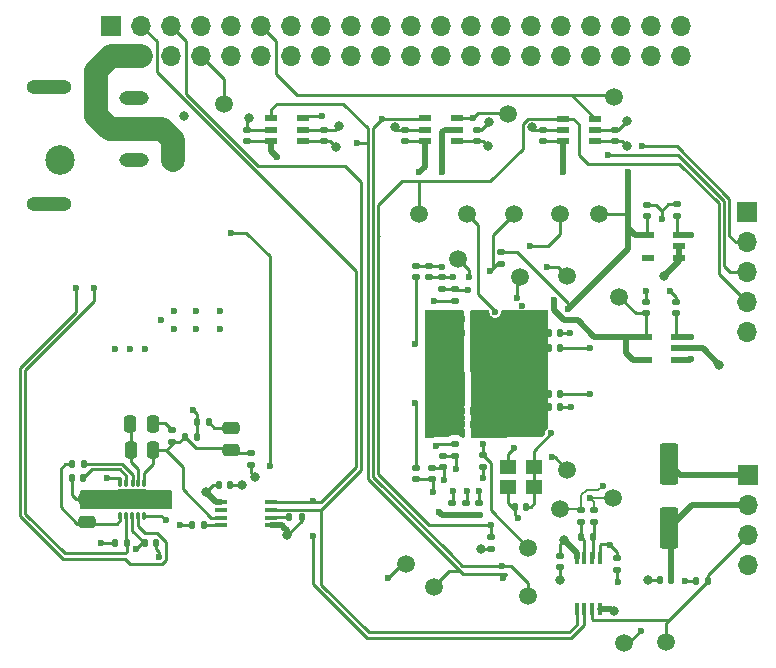
<source format=gbr>
G04 #@! TF.GenerationSoftware,KiCad,Pcbnew,7.0.5-0*
G04 #@! TF.CreationDate,2023-06-09T10:40:46+01:00*
G04 #@! TF.ProjectId,Hashat,48617368-6174-42e6-9b69-6361645f7063,rev?*
G04 #@! TF.SameCoordinates,Original*
G04 #@! TF.FileFunction,Copper,L4,Bot*
G04 #@! TF.FilePolarity,Positive*
%FSLAX46Y46*%
G04 Gerber Fmt 4.6, Leading zero omitted, Abs format (unit mm)*
G04 Created by KiCad (PCBNEW 7.0.5-0) date 2023-06-09 10:40:46*
%MOMM*%
%LPD*%
G01*
G04 APERTURE LIST*
G04 Aperture macros list*
%AMRoundRect*
0 Rectangle with rounded corners*
0 $1 Rounding radius*
0 $2 $3 $4 $5 $6 $7 $8 $9 X,Y pos of 4 corners*
0 Add a 4 corners polygon primitive as box body*
4,1,4,$2,$3,$4,$5,$6,$7,$8,$9,$2,$3,0*
0 Add four circle primitives for the rounded corners*
1,1,$1+$1,$2,$3*
1,1,$1+$1,$4,$5*
1,1,$1+$1,$6,$7*
1,1,$1+$1,$8,$9*
0 Add four rect primitives between the rounded corners*
20,1,$1+$1,$2,$3,$4,$5,0*
20,1,$1+$1,$4,$5,$6,$7,0*
20,1,$1+$1,$6,$7,$8,$9,0*
20,1,$1+$1,$8,$9,$2,$3,0*%
%AMFreePoly0*
4,1,45,-0.199646,1.700354,-0.199500,1.700000,-0.199500,1.200500,0.199500,1.200500,0.199500,1.700000,0.199646,1.700354,0.200000,1.700500,0.450000,1.700500,0.450354,1.700354,0.450500,1.700000,0.450500,1.200500,0.825000,1.200500,0.825354,1.200354,0.825500,1.200000,0.825500,-1.200000,0.825354,-1.200354,0.825000,-1.200500,0.450500,-1.200500,0.450500,-1.700000,0.450354,-1.700354,
0.450000,-1.700500,0.200000,-1.700500,0.199646,-1.700354,0.199500,-1.700000,0.199500,-1.200500,-0.199500,-1.200500,-0.199500,-1.700000,-0.199646,-1.700354,-0.200000,-1.700500,-0.450000,-1.700500,-0.450354,-1.700354,-0.450500,-1.700000,-0.450500,-1.200500,-0.825000,-1.200500,-0.825354,-1.200354,-0.825500,-1.200000,-0.825500,1.200000,-0.825354,1.200354,-0.825000,1.200500,-0.450500,1.200500,
-0.450500,1.700000,-0.450354,1.700354,-0.450000,1.700500,-0.200000,1.700500,-0.199646,1.700354,-0.199646,1.700354,$1*%
G04 Aperture macros list end*
G04 #@! TA.AperFunction,ComponentPad*
%ADD10R,1.700000X1.700000*%
G04 #@! TD*
G04 #@! TA.AperFunction,ComponentPad*
%ADD11O,1.700000X1.700000*%
G04 #@! TD*
G04 #@! TA.AperFunction,ComponentPad*
%ADD12C,2.500000*%
G04 #@! TD*
G04 #@! TA.AperFunction,ComponentPad*
%ADD13O,3.800000X1.200000*%
G04 #@! TD*
G04 #@! TA.AperFunction,ComponentPad*
%ADD14O,2.500000X1.200000*%
G04 #@! TD*
G04 #@! TA.AperFunction,ComponentPad*
%ADD15C,2.000000*%
G04 #@! TD*
G04 #@! TA.AperFunction,SMDPad,CuDef*
%ADD16RoundRect,0.135000X0.135000X0.185000X-0.135000X0.185000X-0.135000X-0.185000X0.135000X-0.185000X0*%
G04 #@! TD*
G04 #@! TA.AperFunction,SMDPad,CuDef*
%ADD17R,1.100000X0.600000*%
G04 #@! TD*
G04 #@! TA.AperFunction,SMDPad,CuDef*
%ADD18C,1.500000*%
G04 #@! TD*
G04 #@! TA.AperFunction,SMDPad,CuDef*
%ADD19RoundRect,0.140000X-0.140000X-0.170000X0.140000X-0.170000X0.140000X0.170000X-0.140000X0.170000X0*%
G04 #@! TD*
G04 #@! TA.AperFunction,SMDPad,CuDef*
%ADD20RoundRect,0.250000X0.550000X-1.500000X0.550000X1.500000X-0.550000X1.500000X-0.550000X-1.500000X0*%
G04 #@! TD*
G04 #@! TA.AperFunction,SMDPad,CuDef*
%ADD21RoundRect,0.140000X0.170000X-0.140000X0.170000X0.140000X-0.170000X0.140000X-0.170000X-0.140000X0*%
G04 #@! TD*
G04 #@! TA.AperFunction,SMDPad,CuDef*
%ADD22R,0.400000X1.100000*%
G04 #@! TD*
G04 #@! TA.AperFunction,SMDPad,CuDef*
%ADD23R,1.000000X0.600000*%
G04 #@! TD*
G04 #@! TA.AperFunction,SMDPad,CuDef*
%ADD24RoundRect,0.135000X0.185000X-0.135000X0.185000X0.135000X-0.185000X0.135000X-0.185000X-0.135000X0*%
G04 #@! TD*
G04 #@! TA.AperFunction,SMDPad,CuDef*
%ADD25RoundRect,0.135000X-0.185000X0.135000X-0.185000X-0.135000X0.185000X-0.135000X0.185000X0.135000X0*%
G04 #@! TD*
G04 #@! TA.AperFunction,SMDPad,CuDef*
%ADD26RoundRect,0.007874X-0.112126X0.292126X-0.112126X-0.292126X0.112126X-0.292126X0.112126X0.292126X0*%
G04 #@! TD*
G04 #@! TA.AperFunction,ComponentPad*
%ADD27C,0.400000*%
G04 #@! TD*
G04 #@! TA.AperFunction,SMDPad,CuDef*
%ADD28FreePoly0,270.000000*%
G04 #@! TD*
G04 #@! TA.AperFunction,SMDPad,CuDef*
%ADD29R,1.400000X1.200000*%
G04 #@! TD*
G04 #@! TA.AperFunction,SMDPad,CuDef*
%ADD30R,1.100000X0.400000*%
G04 #@! TD*
G04 #@! TA.AperFunction,SMDPad,CuDef*
%ADD31RoundRect,0.140000X0.140000X0.170000X-0.140000X0.170000X-0.140000X-0.170000X0.140000X-0.170000X0*%
G04 #@! TD*
G04 #@! TA.AperFunction,SMDPad,CuDef*
%ADD32RoundRect,0.250000X-0.250000X-0.475000X0.250000X-0.475000X0.250000X0.475000X-0.250000X0.475000X0*%
G04 #@! TD*
G04 #@! TA.AperFunction,SMDPad,CuDef*
%ADD33RoundRect,0.140000X-0.170000X0.140000X-0.170000X-0.140000X0.170000X-0.140000X0.170000X0.140000X0*%
G04 #@! TD*
G04 #@! TA.AperFunction,SMDPad,CuDef*
%ADD34RoundRect,0.135000X-0.135000X-0.185000X0.135000X-0.185000X0.135000X0.185000X-0.135000X0.185000X0*%
G04 #@! TD*
G04 #@! TA.AperFunction,SMDPad,CuDef*
%ADD35RoundRect,0.250000X-0.875000X-1.025000X0.875000X-1.025000X0.875000X1.025000X-0.875000X1.025000X0*%
G04 #@! TD*
G04 #@! TA.AperFunction,SMDPad,CuDef*
%ADD36RoundRect,0.250000X-0.475000X0.250000X-0.475000X-0.250000X0.475000X-0.250000X0.475000X0.250000X0*%
G04 #@! TD*
G04 #@! TA.AperFunction,SMDPad,CuDef*
%ADD37RoundRect,0.250000X0.475000X-0.250000X0.475000X0.250000X-0.475000X0.250000X-0.475000X-0.250000X0*%
G04 #@! TD*
G04 #@! TA.AperFunction,ViaPad*
%ADD38C,0.600000*%
G04 #@! TD*
G04 #@! TA.AperFunction,ViaPad*
%ADD39C,0.800000*%
G04 #@! TD*
G04 #@! TA.AperFunction,Conductor*
%ADD40C,0.250000*%
G04 #@! TD*
G04 #@! TA.AperFunction,Conductor*
%ADD41C,0.500000*%
G04 #@! TD*
G04 #@! TA.AperFunction,Conductor*
%ADD42C,0.254000*%
G04 #@! TD*
G04 #@! TA.AperFunction,Conductor*
%ADD43C,2.000000*%
G04 #@! TD*
G04 #@! TA.AperFunction,Conductor*
%ADD44C,0.200000*%
G04 #@! TD*
G04 APERTURE END LIST*
D10*
X139321000Y-95849000D03*
D11*
X139321000Y-98389000D03*
X139321000Y-100929000D03*
X139321000Y-103469000D03*
D12*
X81119000Y-69136000D03*
D13*
X80159000Y-63006000D03*
D14*
X87369000Y-63936000D03*
X87369000Y-69136000D03*
D15*
X90619000Y-69136000D03*
D13*
X80159000Y-72866000D03*
D10*
X139264000Y-73585000D03*
D11*
X139264000Y-76125000D03*
X139264000Y-78665000D03*
X139264000Y-81205000D03*
X139264000Y-83745000D03*
D10*
X85400000Y-57800000D03*
D11*
X85400000Y-60340000D03*
X87940000Y-57800000D03*
X87940000Y-60340000D03*
X90480000Y-57800000D03*
X90480000Y-60340000D03*
X93020000Y-57800000D03*
X93020000Y-60340000D03*
X95560000Y-57800000D03*
X95560000Y-60340000D03*
X98100000Y-57800000D03*
X98100000Y-60340000D03*
X100640000Y-57800000D03*
X100640000Y-60340000D03*
X103180000Y-57800000D03*
X103180000Y-60340000D03*
X105720000Y-57800000D03*
X105720000Y-60340000D03*
X108260000Y-57800000D03*
X108260000Y-60340000D03*
X110800000Y-57800000D03*
X110800000Y-60340000D03*
X113340000Y-57800000D03*
X113340000Y-60340000D03*
X115880000Y-57800000D03*
X115880000Y-60340000D03*
X118420000Y-57800000D03*
X118420000Y-60340000D03*
X120960000Y-57800000D03*
X120960000Y-60340000D03*
X123500000Y-57800000D03*
X123500000Y-60340000D03*
X126040000Y-57800000D03*
X126040000Y-60340000D03*
X128580000Y-57800000D03*
X128580000Y-60340000D03*
X131120000Y-57800000D03*
X131120000Y-60340000D03*
X133660000Y-57800000D03*
X133660000Y-60340000D03*
D16*
X92678000Y-92592000D03*
X91658000Y-92592000D03*
D17*
X98963000Y-67561000D03*
X98963000Y-66611000D03*
X98963000Y-65661000D03*
X101663000Y-65661000D03*
X101663000Y-66611000D03*
X101663000Y-67561000D03*
D18*
X123376000Y-73771000D03*
D19*
X115108000Y-90424000D03*
X116068000Y-90424000D03*
D18*
X132391000Y-110009000D03*
D20*
X132679000Y-100318000D03*
X132679000Y-94918000D03*
D21*
X111200000Y-96200000D03*
X111200000Y-95240000D03*
D22*
X124821000Y-102902000D03*
X125471000Y-102902000D03*
X126121000Y-102902000D03*
X126771000Y-102902000D03*
X126771000Y-107202000D03*
X126121000Y-107202000D03*
X125471000Y-107202000D03*
X124821000Y-107202000D03*
D23*
X133469000Y-75537000D03*
X133469000Y-76487000D03*
X133469000Y-77437000D03*
X130869000Y-77437000D03*
X130869000Y-75537000D03*
D21*
X96944000Y-67584000D03*
X96944000Y-66624000D03*
X110308000Y-67569000D03*
X110308000Y-66609000D03*
D24*
X116905000Y-95163000D03*
X116905000Y-94143000D03*
D19*
X125214000Y-101101000D03*
X126174000Y-101101000D03*
D21*
X121984000Y-67569000D03*
X121984000Y-66609000D03*
D25*
X90562582Y-92054600D03*
X90562582Y-93074600D03*
D18*
X120056000Y-79089000D03*
D26*
X86189691Y-96503200D03*
X86689691Y-96503200D03*
X87219691Y-96503200D03*
X87689691Y-96503200D03*
X88189691Y-96503200D03*
X88189691Y-99303200D03*
X87689691Y-99303200D03*
X87189691Y-99303200D03*
X86689691Y-99303200D03*
X86189691Y-99303200D03*
D27*
X87189691Y-97328200D03*
X88139691Y-97903200D03*
D28*
X87189691Y-97903200D03*
D27*
X86239691Y-97903200D03*
X87189691Y-98478200D03*
D29*
X121182000Y-96903000D03*
X118982000Y-96903000D03*
X118982000Y-95143000D03*
X121182000Y-95143000D03*
D16*
X93252000Y-100099000D03*
X92232000Y-100099000D03*
D18*
X110360000Y-103350000D03*
D30*
X98977000Y-98153000D03*
X98977000Y-98803000D03*
X98977000Y-99453000D03*
X98977000Y-100103000D03*
X94677000Y-100103000D03*
X94677000Y-99453000D03*
X94677000Y-98803000D03*
X94677000Y-98153000D03*
D24*
X116554000Y-99271000D03*
X116554000Y-98251000D03*
D18*
X127949000Y-63808000D03*
D19*
X94509000Y-96715000D03*
X95469000Y-96715000D03*
D17*
X123686000Y-67580000D03*
X123686000Y-66630000D03*
X123686000Y-65680000D03*
X126386000Y-65680000D03*
X126386000Y-66630000D03*
X126386000Y-67580000D03*
D24*
X126300000Y-99854000D03*
X126300000Y-98834000D03*
D18*
X119556000Y-73771000D03*
D24*
X115463000Y-99267000D03*
X115463000Y-98247000D03*
D18*
X127860000Y-97758000D03*
D19*
X115078000Y-83784000D03*
X116038000Y-83784000D03*
D31*
X83066000Y-96062000D03*
X82106000Y-96062000D03*
D32*
X87035982Y-91486800D03*
X88935982Y-91486800D03*
D21*
X133351000Y-73902000D03*
X133351000Y-72942000D03*
X130684000Y-82166000D03*
X130684000Y-81206000D03*
D18*
X124042000Y-95383000D03*
D31*
X89201582Y-101609000D03*
X88241582Y-101609000D03*
D18*
X128438000Y-80789000D03*
D31*
X123412000Y-83839000D03*
X122452000Y-83839000D03*
D16*
X86741182Y-101604400D03*
X85721182Y-101604400D03*
D24*
X114276000Y-99271000D03*
X114276000Y-98251000D03*
D18*
X111467000Y-73728000D03*
D31*
X132851190Y-104767000D03*
X131891190Y-104767000D03*
D33*
X112352000Y-78126000D03*
X112352000Y-79086000D03*
X113443000Y-79113000D03*
X113443000Y-80073000D03*
D18*
X115543000Y-73771000D03*
D31*
X123445000Y-88967000D03*
X122485000Y-88967000D03*
D16*
X135937190Y-104794000D03*
X134917190Y-104794000D03*
D33*
X114513000Y-80123000D03*
X114513000Y-81083000D03*
D21*
X128039000Y-67574000D03*
X128039000Y-66614000D03*
D18*
X94998000Y-64461000D03*
X123964000Y-78990000D03*
D34*
X92667000Y-91361600D03*
X93687000Y-91361600D03*
D19*
X119614000Y-98515000D03*
X120574000Y-98515000D03*
D18*
X120706000Y-106057000D03*
D33*
X123384000Y-102675000D03*
X123384000Y-103635000D03*
D18*
X128829000Y-110088000D03*
D23*
X133288000Y-84171000D03*
X133288000Y-85121000D03*
X133288000Y-86071000D03*
X130688000Y-86071000D03*
X130688000Y-84171000D03*
D31*
X123445000Y-90103000D03*
X122485000Y-90103000D03*
D19*
X115088000Y-82608000D03*
X116048000Y-82608000D03*
D18*
X112755000Y-105289000D03*
D16*
X83084382Y-94891000D03*
X82064382Y-94891000D03*
D24*
X118425000Y-77970000D03*
X118425000Y-76950000D03*
D31*
X123415000Y-85080000D03*
X122455000Y-85080000D03*
D19*
X115125000Y-91566000D03*
X116085000Y-91566000D03*
D33*
X112600000Y-95264000D03*
X112600000Y-96224000D03*
D21*
X116368000Y-67587000D03*
X116368000Y-66627000D03*
D35*
X113069000Y-87206000D03*
X119469000Y-87206000D03*
D21*
X130766000Y-73909000D03*
X130766000Y-72949000D03*
D25*
X97283000Y-93959000D03*
X97283000Y-94979000D03*
D18*
X120697000Y-101994000D03*
D25*
X125196000Y-98822000D03*
X125196000Y-99842000D03*
D33*
X114484000Y-93260000D03*
X114484000Y-94220000D03*
X113518000Y-94250000D03*
X113518000Y-95210000D03*
D21*
X103438000Y-67569000D03*
X103438000Y-66609000D03*
D36*
X95518000Y-91832000D03*
X95518000Y-93732000D03*
D25*
X128270000Y-102835000D03*
X128270000Y-103855000D03*
D34*
X100509000Y-99442000D03*
X101529000Y-99442000D03*
D32*
X87058382Y-93749000D03*
X88958382Y-93749000D03*
D17*
X111964000Y-67558000D03*
X111964000Y-66608000D03*
X111964000Y-65658000D03*
X114664000Y-65658000D03*
X114664000Y-66608000D03*
X114664000Y-67558000D03*
D24*
X117579000Y-102077000D03*
X117579000Y-101057000D03*
D21*
X111207000Y-79109000D03*
X111207000Y-78149000D03*
D18*
X126705000Y-73771000D03*
D21*
X133269000Y-82151000D03*
X133269000Y-81191000D03*
D18*
X119016000Y-65286000D03*
D37*
X83397000Y-99808000D03*
X83397000Y-97908000D03*
D18*
X123371000Y-98734000D03*
X114780000Y-77596000D03*
D38*
X108847000Y-104527000D03*
X90763745Y-81944278D03*
X120682000Y-86488333D03*
X119890000Y-99518000D03*
D39*
X116690000Y-102096000D03*
X136915000Y-86521000D03*
D38*
X117921000Y-89571000D03*
D39*
X97081000Y-65656000D03*
D38*
X112779000Y-81082000D03*
X119388000Y-88029666D03*
D39*
X129104000Y-65873000D03*
X123404000Y-104700000D03*
X117371000Y-65973000D03*
D38*
X119388000Y-84981000D03*
X88314000Y-85204000D03*
D39*
X96506000Y-96706000D03*
X121010000Y-66404500D03*
D38*
X120682000Y-89537000D03*
X92633745Y-83484278D03*
X117921000Y-84998000D03*
X119388000Y-86505333D03*
X87036000Y-85204000D03*
D39*
X132235000Y-78965000D03*
D38*
X84540782Y-101612400D03*
D39*
X91554000Y-65445000D03*
X104707000Y-66307000D03*
D38*
X119388000Y-89554000D03*
X94613745Y-83484278D03*
X116870000Y-96134000D03*
X89990782Y-97912400D03*
X120682000Y-88012666D03*
X116627000Y-86488333D03*
D39*
X100285000Y-100956000D03*
D38*
X116627000Y-84964000D03*
X116627000Y-88012666D03*
D39*
X130857000Y-104767000D03*
D38*
X117921000Y-86522333D03*
D39*
X97591000Y-96021000D03*
D38*
X113137000Y-99001000D03*
X112931000Y-93430000D03*
D39*
X127967000Y-107400500D03*
D38*
X116627000Y-89537000D03*
X92633745Y-81944278D03*
X132728000Y-80275000D03*
D39*
X109430000Y-66407000D03*
D38*
X90763745Y-83484278D03*
X132075000Y-74176000D03*
X89630000Y-82723000D03*
X91249000Y-100085000D03*
X119681000Y-92379000D03*
X120682000Y-84964000D03*
X117921000Y-88046666D03*
X94613745Y-81944278D03*
X130688000Y-80267000D03*
X120188381Y-81530045D03*
X84837000Y-97888000D03*
X85776000Y-85204000D03*
X130258000Y-109024000D03*
X127661000Y-101783000D03*
X102459000Y-98072500D03*
X102458896Y-100990000D03*
X134479000Y-84186000D03*
X134479000Y-75523000D03*
X134479000Y-86047000D03*
X98820000Y-95104000D03*
X95558000Y-75343000D03*
X85070000Y-96065000D03*
X128284000Y-104924000D03*
D39*
X104408000Y-68059000D03*
X123778000Y-101382000D03*
X129126000Y-68010000D03*
D38*
X133978000Y-104785000D03*
D39*
X93425000Y-97317000D03*
X117331000Y-68026000D03*
D38*
X87546671Y-102089293D03*
X114611000Y-89519000D03*
X111153000Y-84769000D03*
X114645000Y-88001000D03*
X92345000Y-90378000D03*
X114662000Y-86499000D03*
X111176000Y-89708000D03*
X114697000Y-84929000D03*
X124385000Y-90118000D03*
X129153000Y-70217000D03*
X124090000Y-81791000D03*
X123690000Y-70217000D03*
X99452000Y-68937000D03*
X111480000Y-70217000D03*
X113437000Y-70217000D03*
X124265000Y-83839000D03*
X122650000Y-92323000D03*
X114580000Y-95310000D03*
X113614000Y-96251000D03*
X125940000Y-88967000D03*
X122872000Y-81066500D03*
X125916500Y-85095000D03*
X112624000Y-97290000D03*
X113397000Y-78196000D03*
X114395000Y-79113000D03*
X115632000Y-80175000D03*
X114378000Y-97207000D03*
X115501000Y-97221000D03*
X116554000Y-97207000D03*
X116860900Y-93249000D03*
X119733000Y-80862000D03*
X125963872Y-97792872D03*
X127017500Y-96743000D03*
X117936900Y-82016000D03*
X122305000Y-78249000D03*
X117473500Y-78610000D03*
X120872000Y-76424000D03*
X115702000Y-79052000D03*
X106241000Y-67695000D03*
X118547000Y-104575000D03*
X130356000Y-68026000D03*
X108373000Y-65675000D03*
X127476000Y-68750500D03*
X118474000Y-103534000D03*
X117579000Y-100085000D03*
X83972000Y-79979000D03*
X89432582Y-102754600D03*
X90022582Y-99664600D03*
X82430000Y-79997000D03*
X103224000Y-65464000D03*
X116060000Y-65603000D03*
X122739000Y-94313000D03*
X119487000Y-93572000D03*
D40*
X97283000Y-94979000D02*
X97283000Y-95713000D01*
D41*
X126771000Y-107202000D02*
X127768500Y-107202000D01*
D40*
X91263000Y-100099000D02*
X91249000Y-100085000D01*
X117068000Y-90424000D02*
X117921000Y-89571000D01*
D41*
X115467000Y-99271000D02*
X115463000Y-99267000D01*
X133469000Y-76487000D02*
X133469000Y-77437000D01*
D40*
X95469000Y-96715000D02*
X96497000Y-96715000D01*
D41*
X100285000Y-100539000D02*
X100285000Y-100956000D01*
D40*
X121984000Y-66609000D02*
X121214500Y-66609000D01*
X119614000Y-98515000D02*
X119614000Y-99242000D01*
X123665000Y-66609000D02*
X123686000Y-66630000D01*
X121984000Y-66609000D02*
X123665000Y-66609000D01*
X116905000Y-95163000D02*
X116905000Y-96099000D01*
X123384000Y-104680000D02*
X123404000Y-104700000D01*
D41*
X113407000Y-99271000D02*
X113137000Y-99001000D01*
X116554000Y-99271000D02*
X115467000Y-99271000D01*
D40*
X96944000Y-66624000D02*
X98950000Y-66624000D01*
X110360000Y-103350000D02*
X110024000Y-103350000D01*
X82458000Y-97888000D02*
X83846000Y-97888000D01*
X133269000Y-80816000D02*
X132728000Y-80275000D01*
D41*
X115463000Y-99267000D02*
X114280000Y-99267000D01*
D40*
X117579000Y-102077000D02*
X116709000Y-102077000D01*
X114484000Y-93260000D02*
X113101000Y-93260000D01*
X123384000Y-103635000D02*
X123384000Y-104680000D01*
D41*
X133469000Y-77731000D02*
X133469000Y-77437000D01*
D40*
X119319000Y-98515000D02*
X118982000Y-98178000D01*
X116368000Y-66627000D02*
X116717000Y-66627000D01*
X126386000Y-66630000D02*
X128023000Y-66630000D01*
D41*
X135515000Y-85121000D02*
X136915000Y-86521000D01*
D40*
X114513000Y-81083000D02*
X112780000Y-81083000D01*
X101529000Y-99442000D02*
X101529000Y-99712000D01*
X111963000Y-66609000D02*
X111964000Y-66608000D01*
X128363000Y-66614000D02*
X129104000Y-65873000D01*
X116905000Y-96099000D02*
X116870000Y-96134000D01*
D41*
X139321000Y-95849000D02*
X133610000Y-95849000D01*
D40*
X133269000Y-81191000D02*
X133269000Y-80816000D01*
X128039000Y-66614000D02*
X128363000Y-66614000D01*
D41*
X99849000Y-100103000D02*
X100039000Y-100293000D01*
X100039000Y-100293000D02*
X100285000Y-100539000D01*
D40*
X130684000Y-80271000D02*
X130688000Y-80267000D01*
D41*
X133610000Y-95849000D02*
X132679000Y-94918000D01*
D40*
X130766000Y-72949000D02*
X131534000Y-72949000D01*
X112780000Y-81083000D02*
X112779000Y-81082000D01*
X130684000Y-81206000D02*
X130684000Y-80271000D01*
X119614000Y-99242000D02*
X119890000Y-99518000D01*
X92232000Y-100099000D02*
X91263000Y-100099000D01*
X132051000Y-73466000D02*
X132051000Y-74152000D01*
X131534000Y-72949000D02*
X132051000Y-73466000D01*
D42*
X85721182Y-101604400D02*
X84548782Y-101604400D01*
D41*
X98977000Y-100103000D02*
X99849000Y-100103000D01*
D40*
X128023000Y-66630000D02*
X128039000Y-66614000D01*
X101529000Y-99712000D02*
X100285000Y-100956000D01*
X96944000Y-66624000D02*
X96944000Y-65793000D01*
D42*
X84548782Y-101604400D02*
X84540782Y-101612400D01*
D41*
X114276000Y-99271000D02*
X113407000Y-99271000D01*
D40*
X103438000Y-66609000D02*
X101665000Y-66609000D01*
X119614000Y-98515000D02*
X119319000Y-98515000D01*
D41*
X132235000Y-78965000D02*
X133469000Y-77731000D01*
D40*
X82106000Y-97536000D02*
X82458000Y-97888000D01*
D41*
X133288000Y-85121000D02*
X135515000Y-85121000D01*
D40*
X121214500Y-66609000D02*
X121010000Y-66404500D01*
X110308000Y-66609000D02*
X111963000Y-66609000D01*
X109632000Y-66609000D02*
X109430000Y-66407000D01*
X118982000Y-98178000D02*
X118982000Y-96903000D01*
X132051000Y-74152000D02*
X132075000Y-74176000D01*
X116709000Y-102077000D02*
X116690000Y-102096000D01*
X132575000Y-72942000D02*
X132051000Y-73466000D01*
X83846000Y-97888000D02*
X83849000Y-97891000D01*
D41*
X114280000Y-99267000D02*
X114276000Y-99271000D01*
D40*
X113101000Y-93260000D02*
X112931000Y-93430000D01*
D41*
X127768500Y-107202000D02*
X127967000Y-107400500D01*
D40*
X133351000Y-72942000D02*
X132575000Y-72942000D01*
X82106000Y-96062000D02*
X82106000Y-97536000D01*
X110024000Y-103350000D02*
X108847000Y-104527000D01*
X104405000Y-66609000D02*
X104707000Y-66307000D01*
X97283000Y-95713000D02*
X97591000Y-96021000D01*
X101665000Y-66609000D02*
X101663000Y-66611000D01*
X116068000Y-90424000D02*
X117068000Y-90424000D01*
X96497000Y-96715000D02*
X96506000Y-96706000D01*
X98950000Y-66624000D02*
X98963000Y-66611000D01*
X103438000Y-66609000D02*
X104405000Y-66609000D01*
X131891190Y-104767000D02*
X130857000Y-104767000D01*
X96944000Y-65793000D02*
X97081000Y-65656000D01*
X110308000Y-66609000D02*
X109632000Y-66609000D01*
X116717000Y-66627000D02*
X117371000Y-65973000D01*
X126223000Y-108125000D02*
X126121000Y-108023000D01*
X132391000Y-110009000D02*
X132391000Y-108340190D01*
X135937190Y-104312810D02*
X135937190Y-104794000D01*
X126121000Y-108023000D02*
X126121000Y-107202000D01*
X139321000Y-100929000D02*
X135937190Y-104312810D01*
X132606190Y-108125000D02*
X126223000Y-108125000D01*
X132391000Y-108340190D02*
X132606190Y-108125000D01*
X135937190Y-104794000D02*
X132606190Y-108125000D01*
X127661000Y-101783000D02*
X127543000Y-101665000D01*
X128270000Y-102392000D02*
X127661000Y-101783000D01*
X129194000Y-110088000D02*
X130258000Y-109024000D01*
X126875000Y-101665000D02*
X126771000Y-101769000D01*
X126771000Y-101769000D02*
X126771000Y-102902000D01*
X128270000Y-102835000D02*
X128270000Y-102392000D01*
X127543000Y-101665000D02*
X126875000Y-101665000D01*
X128829000Y-110088000D02*
X129194000Y-110088000D01*
X89265000Y-59125000D02*
X89265000Y-61724396D01*
X106137302Y-95206698D02*
X103191000Y-98153000D01*
X102458896Y-105038292D02*
X102458896Y-100990000D01*
X106137302Y-78596698D02*
X106137302Y-95206698D01*
X125471000Y-108506396D02*
X124362396Y-109615000D01*
X87940000Y-57800000D02*
X89265000Y-59125000D01*
X89265000Y-61724396D02*
X106137302Y-78596698D01*
X103191000Y-98153000D02*
X98977000Y-98153000D01*
X125471000Y-107202000D02*
X125471000Y-108506396D01*
X107035604Y-109615000D02*
X102458896Y-105038292D01*
X124362396Y-109615000D02*
X107035604Y-109615000D01*
X105235000Y-69709000D02*
X106587302Y-71061302D01*
X90480000Y-57800000D02*
X91764000Y-59084000D01*
X107222000Y-109165000D02*
X103183396Y-105126396D01*
X124821000Y-108520000D02*
X124176000Y-109165000D01*
X103183396Y-98797000D02*
X98983000Y-98797000D01*
X98983000Y-98797000D02*
X98977000Y-98803000D01*
X91764000Y-63587000D02*
X97886000Y-69709000D01*
X103183396Y-105126396D02*
X103183396Y-98797000D01*
X106587302Y-95393094D02*
X103183396Y-98797000D01*
X124176000Y-109165000D02*
X107222000Y-109165000D01*
X91764000Y-59084000D02*
X91764000Y-63587000D01*
X97886000Y-69709000D02*
X105235000Y-69709000D01*
X124821000Y-107202000D02*
X124821000Y-108520000D01*
X106587302Y-71061302D02*
X106587302Y-95393094D01*
X133269000Y-82151000D02*
X133269000Y-84152000D01*
D42*
X85070000Y-96065000D02*
X86127782Y-96065000D01*
D41*
X133288000Y-84171000D02*
X134464000Y-84171000D01*
D40*
X133351000Y-75419000D02*
X133469000Y-75537000D01*
D43*
X90619000Y-69136000D02*
X90619000Y-67497000D01*
D41*
X134465000Y-75537000D02*
X134479000Y-75523000D01*
D42*
X96826000Y-75343000D02*
X98820000Y-77337000D01*
X98820000Y-77337000D02*
X98820000Y-95104000D01*
D43*
X90619000Y-67497000D02*
X89710000Y-66588000D01*
D41*
X132851190Y-104767000D02*
X132851190Y-100490190D01*
D40*
X133269000Y-84152000D02*
X133288000Y-84171000D01*
D41*
X132679000Y-100318000D02*
X134608000Y-98389000D01*
X133288000Y-86071000D02*
X134455000Y-86071000D01*
D43*
X89710000Y-66588000D02*
X85277000Y-66588000D01*
D41*
X134455000Y-86071000D02*
X134479000Y-86047000D01*
X134464000Y-84171000D02*
X134479000Y-84186000D01*
D43*
X85277000Y-66588000D02*
X84118000Y-65429000D01*
D42*
X86189691Y-96126909D02*
X86189691Y-96503200D01*
D43*
X84118000Y-65429000D02*
X84118000Y-61622000D01*
D40*
X133351000Y-73902000D02*
X133351000Y-75419000D01*
D41*
X133469000Y-75537000D02*
X134465000Y-75537000D01*
X132851190Y-100490190D02*
X132679000Y-100318000D01*
D43*
X84118000Y-61622000D02*
X85400000Y-60340000D01*
X85400000Y-60340000D02*
X87940000Y-60340000D01*
D42*
X86127782Y-96065000D02*
X86189691Y-96126909D01*
X95558000Y-75343000D02*
X96826000Y-75343000D01*
D41*
X134608000Y-98389000D02*
X139321000Y-98389000D01*
X94261000Y-98153000D02*
X93425000Y-97317000D01*
X94677000Y-98153000D02*
X94261000Y-98153000D01*
D40*
X134917190Y-104794000D02*
X133987000Y-104794000D01*
X126386000Y-67580000D02*
X128033000Y-67580000D01*
X116892000Y-67587000D02*
X117331000Y-68026000D01*
X116368000Y-67587000D02*
X114693000Y-67587000D01*
X103918000Y-67569000D02*
X104408000Y-68059000D01*
X123384000Y-102675000D02*
X123384000Y-101776000D01*
D41*
X124821000Y-102425000D02*
X123778000Y-101382000D01*
D40*
X128039000Y-67574000D02*
X128690000Y-67574000D01*
X128270000Y-103855000D02*
X128270000Y-104910000D01*
D41*
X124821000Y-102902000D02*
X124821000Y-102425000D01*
D40*
X128033000Y-67580000D02*
X128039000Y-67574000D01*
X123384000Y-101776000D02*
X123778000Y-101382000D01*
X114693000Y-67587000D02*
X114664000Y-67558000D01*
X94509000Y-96715000D02*
X94027000Y-96715000D01*
X128270000Y-104910000D02*
X128284000Y-104924000D01*
X128690000Y-67574000D02*
X129126000Y-68010000D01*
X103438000Y-67569000D02*
X101671000Y-67569000D01*
X103438000Y-67569000D02*
X103918000Y-67569000D01*
X94027000Y-96715000D02*
X93425000Y-97317000D01*
X101671000Y-67569000D02*
X101663000Y-67561000D01*
X133987000Y-104794000D02*
X133978000Y-104785000D01*
X116368000Y-67587000D02*
X116892000Y-67587000D01*
D42*
X88958382Y-94912200D02*
X88958382Y-93749000D01*
D40*
X94677000Y-99453000D02*
X93877000Y-99453000D01*
X93877000Y-99453000D02*
X91468000Y-97044000D01*
D42*
X90567182Y-93070000D02*
X90562582Y-93074600D01*
X90562582Y-93264600D02*
X90062582Y-93764600D01*
X90562582Y-93074600D02*
X91175400Y-93074600D01*
D40*
X97283000Y-93959000D02*
X95745000Y-93959000D01*
D42*
X88973982Y-93764600D02*
X88958382Y-93749000D01*
X88189691Y-96503200D02*
X88189691Y-95680891D01*
X90562582Y-93074600D02*
X90562582Y-93264600D01*
D40*
X91468000Y-97044000D02*
X91468000Y-95170018D01*
D42*
X91658000Y-92592000D02*
X92584000Y-93518000D01*
X95304000Y-93518000D02*
X95518000Y-93732000D01*
X92584000Y-93518000D02*
X95304000Y-93518000D01*
X90062582Y-93764600D02*
X88973982Y-93764600D01*
D40*
X95745000Y-93959000D02*
X95518000Y-93732000D01*
D42*
X91175400Y-93074600D02*
X91658000Y-92592000D01*
X88189691Y-95680891D02*
X88958382Y-94912200D01*
D40*
X91468000Y-95170018D02*
X90062582Y-93764600D01*
D42*
X90562582Y-93074600D02*
X90583982Y-93096000D01*
X87189691Y-100557109D02*
X88241582Y-101609000D01*
X87189691Y-99303200D02*
X87189691Y-100557109D01*
X88241582Y-101609000D02*
X88026964Y-101609000D01*
X88026964Y-101609000D02*
X87546671Y-102089293D01*
X92667000Y-90700000D02*
X92345000Y-90378000D01*
D40*
X111207000Y-84715000D02*
X111153000Y-84769000D01*
D42*
X92667000Y-91361600D02*
X92658000Y-91352600D01*
X92667000Y-91361600D02*
X92667000Y-90700000D01*
X92667000Y-91361600D02*
X92667000Y-92769300D01*
D40*
X111207000Y-79109000D02*
X111207000Y-84715000D01*
D42*
X92633600Y-91395000D02*
X92667000Y-91361600D01*
D40*
X111200000Y-89732000D02*
X111176000Y-89708000D01*
X111200000Y-95240000D02*
X111200000Y-89732000D01*
X121209000Y-98243000D02*
X121182000Y-98216000D01*
D41*
X123686000Y-67580000D02*
X123686000Y-70213000D01*
D40*
X130766000Y-75434000D02*
X130869000Y-75537000D01*
X121182000Y-98216000D02*
X121182000Y-96903000D01*
D41*
X127636500Y-78244500D02*
X124090000Y-81791000D01*
X113423000Y-70203000D02*
X113437000Y-70217000D01*
D40*
X130758391Y-73909000D02*
X130766000Y-73909000D01*
X110308000Y-67569000D02*
X111953000Y-67569000D01*
X123686000Y-70213000D02*
X123690000Y-70217000D01*
X121182000Y-93791000D02*
X122650000Y-92323000D01*
D41*
X129153000Y-76728000D02*
X127636500Y-78244500D01*
D40*
X130766000Y-73909000D02*
X130766000Y-75434000D01*
X124370000Y-90103000D02*
X124385000Y-90118000D01*
X128897000Y-73771000D02*
X129153000Y-74027000D01*
D41*
X129153000Y-74027000D02*
X129153000Y-70217000D01*
X130869000Y-75537000D02*
X129769000Y-75537000D01*
D40*
X123445000Y-83839000D02*
X124265000Y-83839000D01*
X126705000Y-73771000D02*
X128897000Y-73771000D01*
D41*
X129153000Y-74921000D02*
X129153000Y-76728000D01*
X98963000Y-68448000D02*
X99452000Y-68937000D01*
X111964000Y-69733000D02*
X111480000Y-70217000D01*
X129769000Y-75537000D02*
X129153000Y-74921000D01*
X111964000Y-67558000D02*
X111964000Y-69733000D01*
D40*
X118425000Y-76950000D02*
X119780805Y-76950000D01*
D41*
X114664000Y-66608000D02*
X113647000Y-66608000D01*
D40*
X120574000Y-98515000D02*
X120937000Y-98515000D01*
D41*
X98963000Y-67561000D02*
X98963000Y-68448000D01*
D40*
X119780805Y-76950000D02*
X124090000Y-81259195D01*
X96944000Y-67584000D02*
X98940000Y-67584000D01*
X123675000Y-67569000D02*
X123686000Y-67580000D01*
D41*
X129153000Y-74921000D02*
X129153000Y-74027000D01*
D40*
X98940000Y-67584000D02*
X98963000Y-67561000D01*
X111953000Y-67569000D02*
X111964000Y-67558000D01*
D41*
X113647000Y-66608000D02*
X113423000Y-66832000D01*
D40*
X120937000Y-98515000D02*
X121209000Y-98243000D01*
X124090000Y-81259195D02*
X124090000Y-81791000D01*
D41*
X113423000Y-66832000D02*
X113423000Y-70203000D01*
D40*
X121182000Y-96903000D02*
X121182000Y-95143000D01*
X123445000Y-90103000D02*
X124370000Y-90103000D01*
X121984000Y-67569000D02*
X123675000Y-67569000D01*
X121182000Y-95143000D02*
X121182000Y-93791000D01*
X114484000Y-94220000D02*
X113548000Y-94220000D01*
X114580000Y-94316000D02*
X114484000Y-94220000D01*
X113548000Y-94220000D02*
X113518000Y-94250000D01*
X114580000Y-95310000D02*
X114580000Y-94316000D01*
X112600000Y-95264000D02*
X113464000Y-95264000D01*
X113464000Y-95264000D02*
X113518000Y-95210000D01*
X113614000Y-96251000D02*
X113614000Y-95306000D01*
X113614000Y-95306000D02*
X113518000Y-95210000D01*
D41*
X129006000Y-85496000D02*
X129006000Y-84171000D01*
X129006000Y-84171000D02*
X126322000Y-84171000D01*
D40*
X128438000Y-80789000D02*
X129815000Y-82166000D01*
D41*
X126322000Y-84171000D02*
X124905000Y-82754000D01*
X130688000Y-84171000D02*
X129006000Y-84171000D01*
D40*
X130684000Y-82166000D02*
X130684000Y-84167000D01*
D41*
X129581000Y-86071000D02*
X129006000Y-85496000D01*
X130688000Y-86071000D02*
X129581000Y-86071000D01*
D40*
X123415000Y-85080000D02*
X125901500Y-85080000D01*
X130684000Y-84167000D02*
X130688000Y-84171000D01*
D41*
X123714000Y-82754000D02*
X122872000Y-81912000D01*
X122872000Y-81912000D02*
X122872000Y-81066500D01*
D40*
X129815000Y-82166000D02*
X130684000Y-82166000D01*
X123445000Y-88967000D02*
X125940000Y-88967000D01*
D41*
X124905000Y-82754000D02*
X123714000Y-82754000D01*
D40*
X125901500Y-85080000D02*
X125916500Y-85095000D01*
X112624000Y-97290000D02*
X112624000Y-96248000D01*
X112624000Y-96248000D02*
X112600000Y-96224000D01*
X111562000Y-96224000D02*
X112600000Y-96224000D01*
X112352000Y-78126000D02*
X111303000Y-78126000D01*
X112358000Y-78132000D02*
X112352000Y-78126000D01*
X113327000Y-78126000D02*
X112352000Y-78126000D01*
X111303000Y-78126000D02*
X111302000Y-78125000D01*
X113397000Y-78196000D02*
X113327000Y-78126000D01*
X113443000Y-79113000D02*
X112379000Y-79113000D01*
X112379000Y-79113000D02*
X112352000Y-79086000D01*
X114395000Y-79113000D02*
X113443000Y-79113000D01*
X114513000Y-80123000D02*
X113493000Y-80123000D01*
X113493000Y-80123000D02*
X113443000Y-80073000D01*
X115632000Y-80175000D02*
X114565000Y-80175000D01*
X114565000Y-80175000D02*
X114513000Y-80123000D01*
X113375000Y-80141000D02*
X113443000Y-80073000D01*
X114378000Y-97207000D02*
X114378000Y-98149000D01*
X114378000Y-98149000D02*
X114276000Y-98251000D01*
X115501000Y-97221000D02*
X115501000Y-98209000D01*
X115501000Y-98209000D02*
X115463000Y-98247000D01*
X116554000Y-97207000D02*
X116554000Y-98251000D01*
X117550000Y-98847000D02*
X120697000Y-101994000D01*
X117550000Y-94788000D02*
X117550000Y-98847000D01*
X116860900Y-93249000D02*
X116905000Y-93293100D01*
X116905000Y-93293100D02*
X116905000Y-94143000D01*
X116905000Y-94143000D02*
X117550000Y-94788000D01*
X119733000Y-79412000D02*
X120056000Y-79089000D01*
X119733000Y-80862000D02*
X119733000Y-79412000D01*
D44*
X127860000Y-97758000D02*
X125998744Y-97758000D01*
X125998744Y-97758000D02*
X125963872Y-97792872D01*
X126300000Y-98129000D02*
X126300000Y-98834000D01*
X125963872Y-97792872D02*
X126300000Y-98129000D01*
X127017500Y-96743000D02*
X126667628Y-97092872D01*
X125673922Y-97092872D02*
X125196000Y-97570794D01*
X126667628Y-97092872D02*
X125673922Y-97092872D01*
X123371000Y-98734000D02*
X125108000Y-98734000D01*
X125196000Y-97570794D02*
X125196000Y-98822000D01*
X125108000Y-98734000D02*
X125196000Y-98822000D01*
D40*
X116488000Y-74716000D02*
X115543000Y-73771000D01*
X117936900Y-82016000D02*
X117936900Y-81949900D01*
X116488000Y-80501000D02*
X116488000Y-74716000D01*
X117936900Y-81949900D02*
X116488000Y-80501000D01*
X123223000Y-78249000D02*
X123964000Y-78990000D01*
X122305000Y-78249000D02*
X123223000Y-78249000D01*
X117473500Y-78610000D02*
X117780000Y-78303500D01*
X118113500Y-77970000D02*
X118425000Y-77970000D01*
X117473500Y-78610000D02*
X118113500Y-77970000D01*
X117780000Y-78303500D02*
X117780000Y-75547000D01*
X117780000Y-75547000D02*
X119556000Y-73771000D01*
X123376000Y-75450000D02*
X123376000Y-73771000D01*
X120872000Y-76424000D02*
X122402000Y-76424000D01*
X122402000Y-76424000D02*
X123376000Y-75450000D01*
X115702000Y-78518000D02*
X114780000Y-77596000D01*
X115702000Y-79052000D02*
X115702000Y-78518000D01*
X137759000Y-75608000D02*
X137759000Y-72446208D01*
X107122000Y-96189000D02*
X107122000Y-67669000D01*
X138276000Y-76125000D02*
X137759000Y-75608000D01*
X107122000Y-66455000D02*
X105060000Y-64393000D01*
X106241000Y-67695000D02*
X107096000Y-67695000D01*
X113974000Y-103993000D02*
X114926000Y-103993000D01*
X115192000Y-104259000D02*
X114926000Y-103993000D01*
X105060000Y-64393000D02*
X99438000Y-64393000D01*
X107122000Y-67669000D02*
X107122000Y-66455000D01*
X112737000Y-105230000D02*
X113974000Y-103993000D01*
X107096000Y-67695000D02*
X107122000Y-67669000D01*
X118863000Y-104259000D02*
X115192000Y-104259000D01*
X139264000Y-76125000D02*
X138276000Y-76125000D01*
X133338792Y-68026000D02*
X130356000Y-68026000D01*
X137759000Y-72446208D02*
X133338792Y-68026000D01*
X98963000Y-64868000D02*
X98963000Y-65661000D01*
X99438000Y-64393000D02*
X98963000Y-64868000D01*
X118547000Y-104575000D02*
X118863000Y-104259000D01*
X114926000Y-103993000D02*
X107122000Y-96189000D01*
X120706000Y-104996340D02*
X119243660Y-103534000D01*
X114073000Y-102478000D02*
X107572000Y-95977000D01*
X127476000Y-68750500D02*
X133426896Y-68750500D01*
X115129000Y-103534000D02*
X114073000Y-102478000D01*
X107572000Y-95977000D02*
X107572000Y-66476000D01*
X137309000Y-78159000D02*
X137815000Y-78665000D01*
X108373000Y-65675000D02*
X111947000Y-65675000D01*
X107572000Y-66476000D02*
X108373000Y-65675000D01*
X137815000Y-78665000D02*
X139264000Y-78665000D01*
X133426896Y-68750500D02*
X137309000Y-72632604D01*
X137309000Y-72632604D02*
X137309000Y-78159000D01*
X111947000Y-65675000D02*
X111964000Y-65658000D01*
X118474000Y-103534000D02*
X115129000Y-103534000D01*
X120706000Y-106057000D02*
X120706000Y-104996340D01*
X119243660Y-103534000D02*
X118474000Y-103534000D01*
X108022000Y-73001000D02*
X108022000Y-75599000D01*
X125041000Y-68725000D02*
X125041000Y-66165000D01*
X133515000Y-69475000D02*
X125791000Y-69475000D01*
X112316396Y-100085000D02*
X117579000Y-100085000D01*
X125791000Y-69475000D02*
X125041000Y-68725000D01*
X123686000Y-65680000D02*
X120709195Y-65680000D01*
X120285000Y-66104195D02*
X120285000Y-68210000D01*
X117579000Y-100085000D02*
X117579000Y-101057000D01*
X136859000Y-72819000D02*
X133515000Y-69475000D01*
X136859000Y-78800000D02*
X136859000Y-72819000D01*
X111531000Y-70981000D02*
X110042000Y-70981000D01*
X125041000Y-66165000D02*
X124556000Y-65680000D01*
X111467000Y-73728000D02*
X111467000Y-71045000D01*
X108022000Y-75599000D02*
X108022000Y-95790604D01*
X139264000Y-81205000D02*
X136859000Y-78800000D01*
X124556000Y-65680000D02*
X123686000Y-65680000D01*
X108022000Y-95790604D02*
X112316396Y-100085000D01*
X111467000Y-71045000D02*
X111531000Y-70981000D01*
X117514000Y-70981000D02*
X111531000Y-70981000D01*
X120709195Y-65680000D02*
X120285000Y-66104195D01*
X120285000Y-68210000D02*
X117514000Y-70981000D01*
X110042000Y-70981000D02*
X108022000Y-73001000D01*
X108050000Y-75627000D02*
X108022000Y-75599000D01*
X123668000Y-65698000D02*
X123686000Y-65680000D01*
X87219691Y-95810867D02*
X87219691Y-95826645D01*
X83108382Y-94915000D02*
X86323824Y-94915000D01*
X86323824Y-94915000D02*
X87219691Y-95810867D01*
X83084382Y-94891000D02*
X83108382Y-94915000D01*
D42*
X87219691Y-96503200D02*
X87219691Y-95826645D01*
D40*
X86760000Y-101623218D02*
X86741182Y-101604400D01*
D42*
X86699982Y-99313491D02*
X86689691Y-99303200D01*
D40*
X78140582Y-86981418D02*
X78140582Y-99110582D01*
X78140582Y-99110582D02*
X81521000Y-102491000D01*
X81521000Y-102491000D02*
X86620000Y-102491000D01*
X83972000Y-81150000D02*
X78140582Y-86981418D01*
D42*
X86699982Y-101563200D02*
X86699982Y-99313491D01*
D40*
X86760000Y-102351000D02*
X86760000Y-101623218D01*
D42*
X86741182Y-101604400D02*
X86699982Y-101563200D01*
D40*
X86620000Y-102491000D02*
X86760000Y-102351000D01*
X83972000Y-79979000D02*
X83972000Y-81150000D01*
X125196000Y-101083000D02*
X125214000Y-101101000D01*
X125471000Y-101358000D02*
X125471000Y-102902000D01*
X125214000Y-101101000D02*
X125471000Y-101358000D01*
X125196000Y-99842000D02*
X125196000Y-101083000D01*
X126300000Y-100975000D02*
X126174000Y-101101000D01*
X126174000Y-101101000D02*
X126174000Y-102849000D01*
X126300000Y-99854000D02*
X126300000Y-100975000D01*
X126174000Y-102849000D02*
X126121000Y-102902000D01*
D42*
X86689691Y-96503200D02*
X86689691Y-95920092D01*
D40*
X83760000Y-95368000D02*
X86121822Y-95368000D01*
X83066000Y-96062000D02*
X83760000Y-95368000D01*
X86121822Y-95368000D02*
X86681803Y-95927981D01*
D42*
X87058382Y-93749000D02*
X87058382Y-91509200D01*
X87689691Y-95334691D02*
X87058382Y-94703382D01*
X87689691Y-96503200D02*
X87689691Y-95334691D01*
X87058382Y-91509200D02*
X87035982Y-91486800D01*
X87058382Y-94703382D02*
X87058382Y-93749000D01*
X88938182Y-91484600D02*
X88935982Y-91486800D01*
X90562582Y-92054600D02*
X89992582Y-91484600D01*
X89992582Y-91484600D02*
X88938182Y-91484600D01*
X89432582Y-102364600D02*
X89201582Y-102133600D01*
X89432582Y-102754600D02*
X89432582Y-102364600D01*
X89661182Y-99303200D02*
X90022582Y-99664600D01*
X89201582Y-102133600D02*
X89201582Y-101609000D01*
X88189691Y-99303200D02*
X89661182Y-99303200D01*
X85912582Y-99974600D02*
X82508600Y-99974600D01*
X81125782Y-98591782D02*
X81125782Y-95297218D01*
X86189691Y-99697491D02*
X85912582Y-99974600D01*
X82508600Y-99974600D02*
X81125782Y-98591782D01*
D40*
X82064382Y-94891000D02*
X81532000Y-94891000D01*
D42*
X86189691Y-99303200D02*
X86189691Y-99697491D01*
D40*
X81532000Y-94891000D02*
X81125782Y-95297218D01*
D42*
X94157400Y-91832000D02*
X95518000Y-91832000D01*
X93687000Y-91361600D02*
X94157400Y-91832000D01*
D40*
X87040600Y-103379600D02*
X89691466Y-103379600D01*
X89304791Y-100744600D02*
X88282582Y-100744600D01*
D42*
X87689691Y-99303200D02*
X87682582Y-99310309D01*
D40*
X82430000Y-82055604D02*
X77690582Y-86795022D01*
D42*
X87682582Y-99310309D02*
X87682582Y-100144600D01*
D40*
X90057582Y-103013484D02*
X90057582Y-101497391D01*
X81334604Y-102941000D02*
X86602000Y-102941000D01*
D42*
X87682582Y-100144600D02*
X88282582Y-100744600D01*
D40*
X82430000Y-79997000D02*
X82430000Y-82055604D01*
X77690582Y-99296978D02*
X81334604Y-102941000D01*
X77690582Y-86795022D02*
X77690582Y-99296978D01*
X86602000Y-102941000D02*
X87040600Y-103379600D01*
X90057582Y-101497391D02*
X89304791Y-100744600D01*
X89691466Y-103379600D02*
X90057582Y-103013484D01*
X93256000Y-100103000D02*
X93252000Y-100099000D01*
X94677000Y-100103000D02*
X93256000Y-100103000D01*
X100509000Y-99442000D02*
X98988000Y-99442000D01*
X98988000Y-99442000D02*
X98977000Y-99453000D01*
X94998000Y-64461000D02*
X94998000Y-62318000D01*
X103224000Y-65464000D02*
X101860000Y-65464000D01*
X94998000Y-62318000D02*
X93020000Y-60340000D01*
X101860000Y-65464000D02*
X101663000Y-65661000D01*
X116500000Y-65163000D02*
X116060000Y-65603000D01*
X119016000Y-65286000D02*
X118893000Y-65163000D01*
X114719000Y-65603000D02*
X114664000Y-65658000D01*
X116060000Y-65603000D02*
X114719000Y-65603000D01*
X118893000Y-65163000D02*
X116500000Y-65163000D01*
X127949000Y-63808000D02*
X127834000Y-63693000D01*
X98100000Y-57800000D02*
X99368000Y-59068000D01*
X124406000Y-63700000D02*
X126386000Y-65680000D01*
X127834000Y-63693000D02*
X124413000Y-63693000D01*
X124413000Y-63693000D02*
X124406000Y-63700000D01*
X101175000Y-63700000D02*
X124406000Y-63700000D01*
X99368000Y-59068000D02*
X99368000Y-61893000D01*
X99368000Y-61893000D02*
X101175000Y-63700000D01*
X118982000Y-94077000D02*
X118982000Y-95143000D01*
X122739000Y-94313000D02*
X122972000Y-94313000D01*
X119487000Y-93572000D02*
X118982000Y-94077000D01*
X122972000Y-94313000D02*
X124042000Y-95383000D01*
G04 #@! TA.AperFunction,Conductor*
G36*
X115209202Y-81883119D02*
G01*
X115254994Y-81928046D01*
X115272206Y-81989845D01*
X115275037Y-82273318D01*
X115270120Y-82309147D01*
X115264161Y-82329660D01*
X115264159Y-82329670D01*
X115262394Y-82335746D01*
X115261897Y-82342048D01*
X115261897Y-82342054D01*
X115259691Y-82370081D01*
X115259690Y-82370097D01*
X115259500Y-82372516D01*
X115259500Y-82843484D01*
X115259690Y-82845903D01*
X115259691Y-82845918D01*
X115261897Y-82873945D01*
X115262394Y-82880254D01*
X115264157Y-82886322D01*
X115264159Y-82886333D01*
X115277016Y-82930588D01*
X115281933Y-82963943D01*
X115286058Y-83376963D01*
X115281141Y-83412795D01*
X115254159Y-83505669D01*
X115254158Y-83505673D01*
X115252394Y-83511746D01*
X115251897Y-83518048D01*
X115251897Y-83518054D01*
X115249691Y-83546081D01*
X115249690Y-83546097D01*
X115249500Y-83548516D01*
X115249500Y-84019484D01*
X115249690Y-84021903D01*
X115249691Y-84021918D01*
X115251896Y-84049936D01*
X115251897Y-84049943D01*
X115252394Y-84056254D01*
X115254161Y-84062336D01*
X115289534Y-84184091D01*
X115294451Y-84217447D01*
X115351396Y-89919849D01*
X115335129Y-89980505D01*
X115335176Y-89980526D01*
X115335038Y-89980844D01*
X115334138Y-89984201D01*
X115332079Y-89987682D01*
X115332074Y-89987693D01*
X115328106Y-89994403D01*
X115325930Y-90001892D01*
X115325929Y-90001895D01*
X115284162Y-90145657D01*
X115284160Y-90145666D01*
X115282394Y-90151746D01*
X115281897Y-90158055D01*
X115281896Y-90158063D01*
X115279691Y-90186081D01*
X115279690Y-90186097D01*
X115279500Y-90188516D01*
X115279500Y-90659484D01*
X115279690Y-90661903D01*
X115279691Y-90661918D01*
X115281896Y-90689936D01*
X115281897Y-90689943D01*
X115282394Y-90696254D01*
X115284160Y-90702335D01*
X115284162Y-90702342D01*
X115325929Y-90846104D01*
X115328106Y-90853597D01*
X115332076Y-90860310D01*
X115332077Y-90860312D01*
X115344351Y-90881066D01*
X115361613Y-90942949D01*
X115362893Y-91071154D01*
X115349451Y-91121347D01*
X115352176Y-91122526D01*
X115349075Y-91129690D01*
X115345106Y-91136403D01*
X115342930Y-91143892D01*
X115342929Y-91143895D01*
X115301162Y-91287657D01*
X115301160Y-91287666D01*
X115299394Y-91293746D01*
X115298897Y-91300055D01*
X115298896Y-91300063D01*
X115296691Y-91328081D01*
X115296690Y-91328097D01*
X115296500Y-91330516D01*
X115296500Y-91801484D01*
X115296690Y-91803903D01*
X115296691Y-91803918D01*
X115298896Y-91831936D01*
X115298897Y-91831943D01*
X115299394Y-91838254D01*
X115301160Y-91844335D01*
X115301162Y-91844342D01*
X115342929Y-91988104D01*
X115345106Y-91995597D01*
X115355660Y-92013443D01*
X115372921Y-92075323D01*
X115377749Y-92558762D01*
X115361553Y-92621284D01*
X115316112Y-92667180D01*
X115253755Y-92684000D01*
X115186479Y-92684000D01*
X115139026Y-92674561D01*
X115098798Y-92647681D01*
X115060147Y-92609030D01*
X115054629Y-92603512D01*
X114913597Y-92520106D01*
X114906104Y-92517929D01*
X114762342Y-92476162D01*
X114762335Y-92476160D01*
X114756254Y-92474394D01*
X114749943Y-92473897D01*
X114749936Y-92473896D01*
X114721918Y-92471691D01*
X114721903Y-92471690D01*
X114719484Y-92471500D01*
X114248516Y-92471500D01*
X114246097Y-92471690D01*
X114246081Y-92471691D01*
X114218063Y-92473896D01*
X114218055Y-92473897D01*
X114211746Y-92474394D01*
X114205666Y-92476160D01*
X114205657Y-92476162D01*
X114061895Y-92517929D01*
X114061892Y-92517930D01*
X114054403Y-92520106D01*
X113914600Y-92602784D01*
X113914578Y-92602797D01*
X113913371Y-92603512D01*
X113913342Y-92603464D01*
X113883042Y-92619814D01*
X113842876Y-92626500D01*
X113179846Y-92626500D01*
X113168562Y-92625968D01*
X113161091Y-92624298D01*
X113153293Y-92624543D01*
X113092983Y-92626439D01*
X113089087Y-92626500D01*
X113061144Y-92626500D01*
X113057283Y-92626987D01*
X113057278Y-92626988D01*
X113057138Y-92627006D01*
X113057032Y-92627019D01*
X113045402Y-92627934D01*
X113045020Y-92627946D01*
X113027245Y-92627227D01*
X112937924Y-92617164D01*
X112937923Y-92617164D01*
X112931000Y-92616384D01*
X112924077Y-92617164D01*
X112756876Y-92636002D01*
X112756867Y-92636003D01*
X112749953Y-92636783D01*
X112743383Y-92639081D01*
X112743378Y-92639083D01*
X112634899Y-92677042D01*
X112593945Y-92684000D01*
X112086000Y-92684000D01*
X112024000Y-92667387D01*
X111978613Y-92622000D01*
X111962000Y-92560000D01*
X111962000Y-82018880D01*
X111978426Y-81957205D01*
X112023351Y-81911870D01*
X112084874Y-81894885D01*
X112323687Y-81892716D01*
X112713724Y-81889176D01*
X112728718Y-81889950D01*
X112779000Y-81895616D01*
X112840553Y-81888680D01*
X112853242Y-81887910D01*
X114660532Y-81871504D01*
X114661657Y-81871500D01*
X114746041Y-81871500D01*
X114748484Y-81871500D01*
X114750921Y-81871308D01*
X114750925Y-81871308D01*
X114752592Y-81871176D01*
X114755577Y-81870941D01*
X114764162Y-81870564D01*
X115147088Y-81867088D01*
X115209202Y-81883119D01*
G37*
G04 #@! TD.AperFunction*
G04 #@! TA.AperFunction,Conductor*
G36*
X122353849Y-81859788D02*
G01*
X122399344Y-81905186D01*
X122416000Y-81967262D01*
X122416000Y-91810727D01*
X122400832Y-91870154D01*
X122359040Y-91915042D01*
X122326331Y-91936062D01*
X122326324Y-91936067D01*
X122318872Y-91940857D01*
X122313070Y-91947551D01*
X122313065Y-91947557D01*
X122230431Y-92042923D01*
X122230428Y-92042927D01*
X122224623Y-92049627D01*
X122220941Y-92057689D01*
X122220938Y-92057694D01*
X122168520Y-92172473D01*
X122164835Y-92180543D01*
X122163573Y-92189316D01*
X122163572Y-92189322D01*
X122147120Y-92303754D01*
X122144852Y-92319524D01*
X122144850Y-92319538D01*
X122144353Y-92323000D01*
X122144167Y-92322973D01*
X122136176Y-92363149D01*
X122109297Y-92403375D01*
X122047216Y-92465457D01*
X121897597Y-92615075D01*
X121857784Y-92641781D01*
X121810816Y-92651390D01*
X116015112Y-92693446D01*
X115948391Y-92674538D01*
X115902257Y-92622761D01*
X115892367Y-92561869D01*
X115890499Y-92561765D01*
X115890727Y-92557687D01*
X115891223Y-92553634D01*
X115886395Y-92070195D01*
X115867539Y-91937353D01*
X115850278Y-91875473D01*
X115836445Y-91843034D01*
X115831439Y-91829008D01*
X115829548Y-91822500D01*
X115814923Y-91772156D01*
X115810000Y-91737563D01*
X115810000Y-91394434D01*
X115814924Y-91359839D01*
X115836571Y-91285328D01*
X115838217Y-91279664D01*
X115837456Y-91279442D01*
X115838154Y-91274806D01*
X115843184Y-91257151D01*
X115844546Y-91253935D01*
X115845472Y-91254184D01*
X115858914Y-91203991D01*
X115859376Y-91200332D01*
X115860162Y-91197577D01*
X115860224Y-91193634D01*
X115876367Y-91066027D01*
X115875087Y-90937822D01*
X115856230Y-90804978D01*
X115838968Y-90743095D01*
X115816050Y-90689348D01*
X115811046Y-90675329D01*
X115801492Y-90642445D01*
X115796571Y-90608134D01*
X115795797Y-90243061D01*
X115800718Y-90208220D01*
X115818571Y-90146769D01*
X115823335Y-90133319D01*
X115830123Y-90117173D01*
X115831023Y-90113816D01*
X115830973Y-90113802D01*
X115831073Y-90113509D01*
X115831103Y-90113517D01*
X115847370Y-90052861D01*
X115864870Y-89914721D01*
X115807925Y-84212319D01*
X115802461Y-84142561D01*
X115797544Y-84109205D01*
X115785448Y-84053696D01*
X115782608Y-84027578D01*
X115781562Y-83534971D01*
X115784273Y-83508939D01*
X115789874Y-83482605D01*
X115794791Y-83446773D01*
X115799532Y-83371835D01*
X115795407Y-82958815D01*
X115789943Y-82889055D01*
X115785026Y-82855700D01*
X115782887Y-82845886D01*
X115780045Y-82819759D01*
X115779123Y-82385697D01*
X115780273Y-82368602D01*
X115783769Y-82343134D01*
X115788511Y-82268190D01*
X115785680Y-81984717D01*
X115786907Y-81984704D01*
X115799050Y-81924306D01*
X115844629Y-81875037D01*
X115909201Y-81856735D01*
X117311216Y-81853776D01*
X117362805Y-81864899D01*
X117405099Y-81896472D01*
X117430431Y-81942775D01*
X117434211Y-81995418D01*
X117432515Y-82007217D01*
X117432515Y-82007222D01*
X117431253Y-82016000D01*
X117432515Y-82024777D01*
X117450472Y-82149677D01*
X117450473Y-82149681D01*
X117451735Y-82158457D01*
X117455419Y-82166525D01*
X117455420Y-82166526D01*
X117503812Y-82272490D01*
X117511523Y-82289373D01*
X117517330Y-82296075D01*
X117517331Y-82296076D01*
X117599965Y-82391442D01*
X117599967Y-82391444D01*
X117605772Y-82398143D01*
X117726847Y-82475953D01*
X117864939Y-82516500D01*
X117999990Y-82516500D01*
X118008861Y-82516500D01*
X118146953Y-82475953D01*
X118268028Y-82398143D01*
X118362277Y-82289373D01*
X118422065Y-82158457D01*
X118442547Y-82016000D01*
X118439209Y-81992784D01*
X118449114Y-81923705D01*
X118494759Y-81870915D01*
X118561679Y-81851136D01*
X122291739Y-81843262D01*
X122353849Y-81859788D01*
G37*
G04 #@! TD.AperFunction*
G04 #@! TA.AperFunction,Conductor*
G36*
X90486066Y-97123415D02*
G01*
X90532268Y-97169543D01*
X90549182Y-97232601D01*
X90549182Y-98606200D01*
X90532335Y-98669142D01*
X90486298Y-98715252D01*
X90423382Y-98732200D01*
X82866002Y-98744222D01*
X82802350Y-98727079D01*
X82756065Y-98680140D01*
X82739817Y-98616255D01*
X82761280Y-97242658D01*
X82778774Y-97180553D01*
X82824718Y-97135249D01*
X82887062Y-97118628D01*
X90422982Y-97106601D01*
X90486066Y-97123415D01*
G37*
G04 #@! TD.AperFunction*
M02*

</source>
